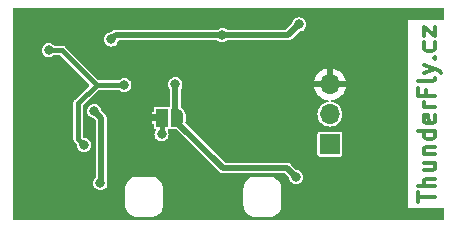
<source format=gbr>
%TF.GenerationSoftware,KiCad,Pcbnew,6.0.11+dfsg-1~bpo11+1*%
%TF.CreationDate,2023-05-27T14:26:30+00:00*%
%TF.ProjectId,TFRPM01,54465250-4d30-4312-9e6b-696361645f70,rev?*%
%TF.SameCoordinates,PX7e721e0PY7e33658*%
%TF.FileFunction,Copper,L1,Top*%
%TF.FilePolarity,Positive*%
%FSLAX46Y46*%
G04 Gerber Fmt 4.6, Leading zero omitted, Abs format (unit mm)*
G04 Created by KiCad (PCBNEW 6.0.11+dfsg-1~bpo11+1) date 2023-05-27 14:26:30*
%MOMM*%
%LPD*%
G01*
G04 APERTURE LIST*
G04 Aperture macros list*
%AMFreePoly0*
4,1,22,0.550000,-0.750000,0.000000,-0.750000,0.000000,-0.745033,-0.079941,-0.743568,-0.215256,-0.701293,-0.333266,-0.622738,-0.424486,-0.514219,-0.481581,-0.384460,-0.499164,-0.250000,-0.500000,-0.250000,-0.500000,0.250000,-0.499164,0.250000,-0.499963,0.256109,-0.478152,0.396186,-0.417904,0.524511,-0.324060,0.630769,-0.204165,0.706417,-0.067858,0.745374,0.000000,0.744959,0.000000,0.750000,
0.550000,0.750000,0.550000,-0.750000,0.550000,-0.750000,$1*%
%AMFreePoly1*
4,1,20,0.000000,0.744959,0.073905,0.744508,0.209726,0.703889,0.328688,0.626782,0.421226,0.519385,0.479903,0.390333,0.500000,0.250000,0.500000,-0.250000,0.499851,-0.262216,0.476331,-0.402017,0.414519,-0.529596,0.319384,-0.634700,0.198574,-0.708877,0.061801,-0.746166,0.000000,-0.745033,0.000000,-0.750000,-0.550000,-0.750000,-0.550000,0.750000,0.000000,0.750000,0.000000,0.744959,
0.000000,0.744959,$1*%
G04 Aperture macros list end*
%ADD10C,0.300000*%
%TA.AperFunction,NonConductor*%
%ADD11C,0.300000*%
%TD*%
%TA.AperFunction,SMDPad,CuDef*%
%ADD12FreePoly0,0.000000*%
%TD*%
%TA.AperFunction,SMDPad,CuDef*%
%ADD13R,1.000000X1.500000*%
%TD*%
%TA.AperFunction,SMDPad,CuDef*%
%ADD14FreePoly1,0.000000*%
%TD*%
%TA.AperFunction,ComponentPad*%
%ADD15C,6.000000*%
%TD*%
%TA.AperFunction,ComponentPad*%
%ADD16R,1.700000X1.700000*%
%TD*%
%TA.AperFunction,ComponentPad*%
%ADD17O,1.700000X1.700000*%
%TD*%
%TA.AperFunction,ViaPad*%
%ADD18C,0.800000*%
%TD*%
%TA.AperFunction,Conductor*%
%ADD19C,0.500000*%
%TD*%
%TA.AperFunction,Conductor*%
%ADD20C,0.400000*%
%TD*%
G04 APERTURE END LIST*
D10*
D11*
X13148571Y-7467189D02*
X13148571Y-6610046D01*
X14648571Y-7038618D02*
X13148571Y-7038618D01*
X14648571Y-6110046D02*
X13148571Y-6110046D01*
X14648571Y-5467189D02*
X13862857Y-5467189D01*
X13720000Y-5538618D01*
X13648571Y-5681475D01*
X13648571Y-5895761D01*
X13720000Y-6038618D01*
X13791428Y-6110046D01*
X13648571Y-4110046D02*
X14648571Y-4110046D01*
X13648571Y-4752904D02*
X14434285Y-4752904D01*
X14577142Y-4681475D01*
X14648571Y-4538618D01*
X14648571Y-4324332D01*
X14577142Y-4181475D01*
X14505714Y-4110046D01*
X13648571Y-3395761D02*
X14648571Y-3395761D01*
X13791428Y-3395761D02*
X13720000Y-3324332D01*
X13648571Y-3181475D01*
X13648571Y-2967189D01*
X13720000Y-2824332D01*
X13862857Y-2752904D01*
X14648571Y-2752904D01*
X14648571Y-1395761D02*
X13148571Y-1395761D01*
X14577142Y-1395761D02*
X14648571Y-1538618D01*
X14648571Y-1824332D01*
X14577142Y-1967189D01*
X14505714Y-2038618D01*
X14362857Y-2110046D01*
X13934285Y-2110046D01*
X13791428Y-2038618D01*
X13720000Y-1967189D01*
X13648571Y-1824332D01*
X13648571Y-1538618D01*
X13720000Y-1395761D01*
X14577142Y-110046D02*
X14648571Y-252904D01*
X14648571Y-538618D01*
X14577142Y-681475D01*
X14434285Y-752904D01*
X13862857Y-752904D01*
X13720000Y-681475D01*
X13648571Y-538618D01*
X13648571Y-252904D01*
X13720000Y-110046D01*
X13862857Y-38618D01*
X14005714Y-38618D01*
X14148571Y-752904D01*
X14648571Y604239D02*
X13648571Y604239D01*
X13934285Y604239D02*
X13791428Y675668D01*
X13720000Y747096D01*
X13648571Y889954D01*
X13648571Y1032811D01*
X13862857Y2032811D02*
X13862857Y1532811D01*
X14648571Y1532811D02*
X13148571Y1532811D01*
X13148571Y2247096D01*
X14648571Y3032811D02*
X14577142Y2889954D01*
X14434285Y2818525D01*
X13148571Y2818525D01*
X13648571Y3461382D02*
X14648571Y3818525D01*
X13648571Y4175668D02*
X14648571Y3818525D01*
X15005714Y3675668D01*
X15077142Y3604239D01*
X15148571Y3461382D01*
X14505714Y4747096D02*
X14577142Y4818525D01*
X14648571Y4747096D01*
X14577142Y4675668D01*
X14505714Y4747096D01*
X14648571Y4747096D01*
X14577142Y6104239D02*
X14648571Y5961382D01*
X14648571Y5675668D01*
X14577142Y5532811D01*
X14505714Y5461382D01*
X14362857Y5389954D01*
X13934285Y5389954D01*
X13791428Y5461382D01*
X13720000Y5532811D01*
X13648571Y5675668D01*
X13648571Y5961382D01*
X13720000Y6104239D01*
X13648571Y6604239D02*
X13648571Y7389954D01*
X14648571Y6604239D01*
X14648571Y7389954D01*
%TO.C,JP1*%
G36*
X-8909000Y-607704D02*
G01*
X-9409000Y-607704D01*
X-9409000Y-7704D01*
X-8909000Y-7704D01*
X-8909000Y-607704D01*
G37*
%TD*%
D12*
%TO.P,JP1,1,A*%
%TO.N,GND*%
X-9809000Y-307704D03*
D13*
%TO.P,JP1,2,C*%
%TO.N,Net-(JP1-Pad2)*%
X-8509000Y-307704D03*
D14*
%TO.P,JP1,3,B*%
%TO.N,+3V3*%
X-7209000Y-307704D03*
%TD*%
D15*
%TO.P,M2,1*%
%TO.N,GND*%
X0Y0D03*
%TD*%
D16*
%TO.P,J1,1*%
%TO.N,/COUNT*%
X5715000Y-2540000D03*
D17*
%TO.P,J1,2*%
%TO.N,Net-(C2-Pad1)*%
X5715000Y0D03*
%TO.P,J1,3*%
%TO.N,GND*%
X5715000Y2540000D03*
%TD*%
D18*
%TO.N,GND*%
X-1270000Y8382000D03*
X11412000Y-1171304D03*
X-12192000Y3807096D03*
X-17272000Y-8382000D03*
X-12192000Y-8384904D03*
X-20320000Y3302000D03*
X-20320000Y-6350000D03*
X-20320000Y-3302000D03*
X-20320000Y-5334000D03*
X-20320000Y6350000D03*
X-20320000Y-4318000D03*
X-20320000Y5334000D03*
X-20320000Y4318000D03*
X-16256000Y8506096D03*
X6096000Y-4572000D03*
X11412000Y-5056904D03*
X11412000Y-6160904D03*
X11412000Y-3952904D03*
X11412000Y8268096D03*
X-2286000Y3807096D03*
X11412000Y-8368904D03*
X11412000Y-7264904D03*
X3812000Y3131096D03*
X3812000Y1431096D03*
X11412000Y7125096D03*
X-2540000Y-8384904D03*
X-17018000Y0D03*
X-400000Y3700000D03*
X2286000Y-8382000D03*
X-11176000Y1270000D03*
X-12700000Y-510904D03*
X-1923406Y-5419175D03*
X10312000Y-5068904D03*
X-7900000Y-5600000D03*
X-5867400Y-4041504D03*
X-4188000Y-1368904D03*
X-12700000Y1267096D03*
X-4188000Y331096D03*
X3008000Y-2374904D03*
X-8636000Y2794000D03*
X11412000Y5096000D03*
X11412000Y6112000D03*
X5842000Y4318000D03*
X-7620000Y-8384904D03*
X-17018000Y-1270000D03*
X-12522200Y8506096D03*
X3810000Y-3302000D03*
X-18642000Y6975096D03*
X-17018000Y1270000D03*
X-17526000Y8506096D03*
X-3540964Y-3032964D03*
X-5080000Y-7100000D03*
%TO.N,+3V3*%
X-7366000Y2540000D03*
X2870200Y-5336904D03*
%TO.N,+5V*%
X-14224000Y254000D03*
X-12792000Y6325096D03*
X-13716000Y-5842000D03*
X3100000Y7600000D03*
X-3403600Y6705600D03*
%TO.N,/SDA*%
X-15100000Y-2600000D03*
X-18084800Y5407296D03*
X-11688000Y2481096D03*
%TO.N,Net-(JP1-Pad2)*%
X-8534400Y-1704704D03*
%TD*%
D19*
%TO.N,+3V3*%
X-7366000Y-536304D02*
X-3334872Y-4567432D01*
X-3334872Y-4567432D02*
X2100728Y-4567432D01*
X-7366000Y2540000D02*
X-7366000Y-536304D01*
X2100728Y-4567432D02*
X2870200Y-5336904D01*
%TO.N,+5V*%
X-12417096Y6700000D02*
X-3409200Y6700000D01*
X-13628489Y-341511D02*
X-14224000Y254000D01*
X-3409200Y6700000D02*
X-3403600Y6705600D01*
X-13716000Y-5842000D02*
X-13628489Y-5754489D01*
X752504Y6705600D02*
X2205600Y6705600D01*
X752504Y6705600D02*
X-3403600Y6705600D01*
X2205600Y6705600D02*
X3100000Y7600000D01*
X-12792000Y6325096D02*
X-12417096Y6700000D01*
X-13628489Y-5754489D02*
X-13628489Y-341511D01*
D20*
%TO.N,/SDA*%
X-15595600Y926496D02*
X-14041000Y2481096D01*
X-15100000Y-2600000D02*
X-15595600Y-2104400D01*
X-16967200Y5407296D02*
X-18084800Y5407296D01*
X-15595600Y-2104400D02*
X-15595600Y926496D01*
X-14041000Y2481096D02*
X-11688000Y2481096D01*
X-14041000Y2481096D02*
X-16967200Y5407296D01*
%TO.N,Net-(JP1-Pad2)*%
X-8509000Y-307704D02*
X-8509000Y-1679304D01*
X-8509000Y-1679304D02*
X-8534400Y-1704704D01*
%TD*%
%TA.AperFunction,Conductor*%
%TO.N,GND*%
G36*
X15383066Y9007187D02*
G01*
X15408376Y8963350D01*
X15409500Y8950500D01*
X15409500Y8028739D01*
X15392187Y7981173D01*
X15348350Y7955863D01*
X15335500Y7954739D01*
X12337000Y7954739D01*
X12337000Y-7960547D01*
X15335500Y-7960547D01*
X15383066Y-7977860D01*
X15408376Y-8021697D01*
X15409500Y-8034547D01*
X15409500Y-8900500D01*
X15392187Y-8948066D01*
X15348350Y-8973376D01*
X15335500Y-8974500D01*
X-21015500Y-8974500D01*
X-21063066Y-8957187D01*
X-21088376Y-8913350D01*
X-21089500Y-8900500D01*
X-21089500Y-7699996D01*
X-11605647Y-7699996D01*
X-11605241Y-7702828D01*
X-11605241Y-7702834D01*
X-11602518Y-7721848D01*
X-11602053Y-7725881D01*
X-11589061Y-7874395D01*
X-11543752Y-8043495D01*
X-11469768Y-8202158D01*
X-11369355Y-8345564D01*
X-11245566Y-8469354D01*
X-11102161Y-8569768D01*
X-11099239Y-8571131D01*
X-11099233Y-8571134D01*
X-10967953Y-8632351D01*
X-10943499Y-8643754D01*
X-10774399Y-8689064D01*
X-10771178Y-8689346D01*
X-10771177Y-8689346D01*
X-10643206Y-8700542D01*
X-10637379Y-8701286D01*
X-10615178Y-8705021D01*
X-10615176Y-8705021D01*
X-10612354Y-8705496D01*
X-10609492Y-8705531D01*
X-10607001Y-8705561D01*
X-10600000Y-8705647D01*
X-10569276Y-8701247D01*
X-10558785Y-8700500D01*
X-9448228Y-8700500D01*
X-9435950Y-8701526D01*
X-9412354Y-8705496D01*
X-9409491Y-8705531D01*
X-9407817Y-8705551D01*
X-9400000Y-8705647D01*
X-9397174Y-8705242D01*
X-9397169Y-8705242D01*
X-9378294Y-8702539D01*
X-9374255Y-8702074D01*
X-9304377Y-8695960D01*
X-9225600Y-8689068D01*
X-9056500Y-8643757D01*
X-9011221Y-8622643D01*
X-8900765Y-8571137D01*
X-8900759Y-8571134D01*
X-8897837Y-8569771D01*
X-8754432Y-8469357D01*
X-8630642Y-8345566D01*
X-8530229Y-8202160D01*
X-8456244Y-8043496D01*
X-8410935Y-7874396D01*
X-8399458Y-7743210D01*
X-8398715Y-7737383D01*
X-8394979Y-7715171D01*
X-8394504Y-7712350D01*
X-8394353Y-7699996D01*
X-1605647Y-7699996D01*
X-1605241Y-7702828D01*
X-1605241Y-7702834D01*
X-1602518Y-7721848D01*
X-1602053Y-7725881D01*
X-1589061Y-7874395D01*
X-1543752Y-8043495D01*
X-1469768Y-8202158D01*
X-1369355Y-8345564D01*
X-1245566Y-8469354D01*
X-1102161Y-8569768D01*
X-1099239Y-8571131D01*
X-1099233Y-8571134D01*
X-967953Y-8632351D01*
X-943499Y-8643754D01*
X-774399Y-8689064D01*
X-771178Y-8689346D01*
X-771177Y-8689346D01*
X-643206Y-8700542D01*
X-637379Y-8701286D01*
X-615178Y-8705021D01*
X-615176Y-8705021D01*
X-612354Y-8705496D01*
X-609492Y-8705531D01*
X-607001Y-8705561D01*
X-600000Y-8705647D01*
X-569276Y-8701247D01*
X-558785Y-8700500D01*
X551772Y-8700500D01*
X564050Y-8701526D01*
X587646Y-8705496D01*
X590509Y-8705531D01*
X592183Y-8705551D01*
X600000Y-8705647D01*
X602826Y-8705242D01*
X602831Y-8705242D01*
X621706Y-8702539D01*
X625745Y-8702074D01*
X695623Y-8695960D01*
X774400Y-8689068D01*
X943500Y-8643757D01*
X988779Y-8622643D01*
X1099235Y-8571137D01*
X1099241Y-8571134D01*
X1102163Y-8569771D01*
X1245568Y-8469357D01*
X1369358Y-8345566D01*
X1469771Y-8202160D01*
X1543756Y-8043496D01*
X1589065Y-7874396D01*
X1600542Y-7743210D01*
X1601285Y-7737383D01*
X1605021Y-7715171D01*
X1605496Y-7712350D01*
X1605647Y-7699996D01*
X1601247Y-7669273D01*
X1600500Y-7658782D01*
X1600500Y-6348225D01*
X1601524Y-6335959D01*
X1605496Y-6312350D01*
X1605647Y-6299996D01*
X1605242Y-6297165D01*
X1602539Y-6278290D01*
X1602074Y-6274251D01*
X1591087Y-6148689D01*
X1589067Y-6125598D01*
X1543756Y-5956498D01*
X1492606Y-5846808D01*
X1471135Y-5800765D01*
X1471134Y-5800764D01*
X1469769Y-5797836D01*
X1369355Y-5654432D01*
X1245566Y-5530643D01*
X1102161Y-5430231D01*
X943498Y-5356246D01*
X940069Y-5355327D01*
X777519Y-5311772D01*
X774399Y-5310936D01*
X771178Y-5310654D01*
X771177Y-5310654D01*
X643206Y-5299458D01*
X637379Y-5298714D01*
X615178Y-5294979D01*
X615176Y-5294979D01*
X612354Y-5294504D01*
X609492Y-5294469D01*
X607001Y-5294439D01*
X600000Y-5294353D01*
X578151Y-5297482D01*
X569276Y-5298753D01*
X558785Y-5299500D01*
X-551772Y-5299500D01*
X-564049Y-5298474D01*
X-584823Y-5294979D01*
X-584822Y-5294979D01*
X-587646Y-5294504D01*
X-590509Y-5294469D01*
X-591629Y-5294455D01*
X-600000Y-5294353D01*
X-602832Y-5294759D01*
X-602838Y-5294759D01*
X-621852Y-5297482D01*
X-625889Y-5297947D01*
X-774398Y-5310940D01*
X-943497Y-5356249D01*
X-946417Y-5357611D01*
X-946418Y-5357611D01*
X-1099237Y-5428871D01*
X-1099241Y-5428873D01*
X-1102159Y-5430234D01*
X-1104804Y-5432086D01*
X-1242913Y-5528790D01*
X-1242916Y-5528793D01*
X-1245563Y-5530646D01*
X-1369352Y-5654435D01*
X-1444206Y-5761335D01*
X-1467910Y-5795188D01*
X-1469766Y-5797838D01*
X-1471129Y-5800760D01*
X-1471132Y-5800766D01*
X-1522950Y-5911890D01*
X-1543752Y-5956500D01*
X-1589063Y-6125598D01*
X-1591083Y-6148689D01*
X-1600542Y-6256790D01*
X-1601286Y-6262617D01*
X-1603243Y-6274251D01*
X-1605496Y-6287642D01*
X-1605647Y-6299996D01*
X-1605242Y-6302824D01*
X-1601247Y-6330722D01*
X-1600500Y-6341212D01*
X-1600500Y-7651768D01*
X-1601526Y-7664046D01*
X-1605496Y-7687642D01*
X-1605647Y-7699996D01*
X-8394353Y-7699996D01*
X-8398753Y-7669273D01*
X-8399500Y-7658782D01*
X-8399500Y-6348225D01*
X-8398476Y-6335959D01*
X-8394504Y-6312350D01*
X-8394353Y-6299996D01*
X-8394758Y-6297165D01*
X-8397461Y-6278290D01*
X-8397926Y-6274251D01*
X-8408913Y-6148689D01*
X-8410933Y-6125598D01*
X-8456244Y-5956498D01*
X-8507394Y-5846808D01*
X-8528865Y-5800765D01*
X-8528866Y-5800764D01*
X-8530231Y-5797836D01*
X-8630645Y-5654432D01*
X-8754434Y-5530643D01*
X-8897839Y-5430231D01*
X-9056502Y-5356246D01*
X-9059931Y-5355327D01*
X-9222481Y-5311772D01*
X-9225601Y-5310936D01*
X-9228822Y-5310654D01*
X-9228823Y-5310654D01*
X-9356794Y-5299458D01*
X-9362621Y-5298714D01*
X-9384822Y-5294979D01*
X-9384824Y-5294979D01*
X-9387646Y-5294504D01*
X-9390508Y-5294469D01*
X-9392999Y-5294439D01*
X-9400000Y-5294353D01*
X-9421849Y-5297482D01*
X-9430724Y-5298753D01*
X-9441215Y-5299500D01*
X-10551772Y-5299500D01*
X-10564049Y-5298474D01*
X-10584823Y-5294979D01*
X-10584822Y-5294979D01*
X-10587646Y-5294504D01*
X-10590509Y-5294469D01*
X-10591629Y-5294455D01*
X-10600000Y-5294353D01*
X-10602832Y-5294759D01*
X-10602838Y-5294759D01*
X-10621852Y-5297482D01*
X-10625889Y-5297947D01*
X-10774398Y-5310940D01*
X-10943497Y-5356249D01*
X-10946417Y-5357611D01*
X-10946418Y-5357611D01*
X-11099237Y-5428871D01*
X-11099241Y-5428873D01*
X-11102159Y-5430234D01*
X-11104804Y-5432086D01*
X-11242913Y-5528790D01*
X-11242916Y-5528793D01*
X-11245563Y-5530646D01*
X-11369352Y-5654435D01*
X-11444206Y-5761335D01*
X-11467910Y-5795188D01*
X-11469766Y-5797838D01*
X-11471129Y-5800760D01*
X-11471132Y-5800766D01*
X-11522950Y-5911890D01*
X-11543752Y-5956500D01*
X-11589063Y-6125598D01*
X-11591083Y-6148689D01*
X-11600542Y-6256790D01*
X-11601286Y-6262617D01*
X-11603243Y-6274251D01*
X-11605496Y-6287642D01*
X-11605647Y-6299996D01*
X-11605242Y-6302824D01*
X-11601247Y-6330722D01*
X-11600500Y-6341212D01*
X-11600500Y-7651768D01*
X-11601526Y-7664046D01*
X-11605496Y-7687642D01*
X-11605647Y-7699996D01*
X-21089500Y-7699996D01*
X-21089500Y5407296D01*
X-18690482Y5407296D01*
X-18669844Y5250534D01*
X-18609336Y5104455D01*
X-18606386Y5100611D01*
X-18606384Y5100607D01*
X-18534400Y5006796D01*
X-18513082Y4979014D01*
X-18509232Y4976060D01*
X-18509231Y4976059D01*
X-18391489Y4885712D01*
X-18391485Y4885710D01*
X-18387641Y4882760D01*
X-18241562Y4822252D01*
X-18236760Y4821620D01*
X-18236757Y4821619D01*
X-18089608Y4802247D01*
X-18084800Y4801614D01*
X-18079992Y4802247D01*
X-17932843Y4821619D01*
X-17932840Y4821620D01*
X-17928038Y4822252D01*
X-17781959Y4882760D01*
X-17778115Y4885710D01*
X-17778111Y4885712D01*
X-17660368Y4976060D01*
X-17656518Y4979014D01*
X-17653566Y4982862D01*
X-17651303Y4985124D01*
X-17605426Y5006515D01*
X-17598979Y5006796D01*
X-17163745Y5006796D01*
X-17116179Y4989483D01*
X-17111419Y4985122D01*
X-14659719Y2533422D01*
X-14638327Y2487546D01*
X-14651428Y2438651D01*
X-14659719Y2428770D01*
X-15901084Y1187405D01*
X-15901087Y1187401D01*
X-15923650Y1164838D01*
X-15926294Y1159650D01*
X-15926294Y1159649D01*
X-15935494Y1141594D01*
X-15941561Y1131694D01*
X-15953472Y1115300D01*
X-15953474Y1115295D01*
X-15956896Y1110586D01*
X-15958695Y1105048D01*
X-15958696Y1105047D01*
X-15964958Y1085774D01*
X-15969402Y1075046D01*
X-15978496Y1057197D01*
X-15981246Y1051800D01*
X-15982157Y1046047D01*
X-15985327Y1026033D01*
X-15988038Y1014742D01*
X-15994300Y995470D01*
X-15996100Y989929D01*
X-15996100Y-2167833D01*
X-15994300Y-2173371D01*
X-15994300Y-2173374D01*
X-15988038Y-2192646D01*
X-15985327Y-2203937D01*
X-15981246Y-2229704D01*
X-15978600Y-2234897D01*
X-15969402Y-2252950D01*
X-15964958Y-2263678D01*
X-15956896Y-2288490D01*
X-15953474Y-2293199D01*
X-15953472Y-2293204D01*
X-15941561Y-2309598D01*
X-15935494Y-2319498D01*
X-15926294Y-2337553D01*
X-15923650Y-2342742D01*
X-15901087Y-2365305D01*
X-15901084Y-2365309D01*
X-15726723Y-2539669D01*
X-15705331Y-2585545D01*
X-15705049Y-2591995D01*
X-15705049Y-2595192D01*
X-15705682Y-2600000D01*
X-15685044Y-2756762D01*
X-15624536Y-2902841D01*
X-15621586Y-2906685D01*
X-15621584Y-2906689D01*
X-15531237Y-3024431D01*
X-15528282Y-3028282D01*
X-15524431Y-3031237D01*
X-15406689Y-3121584D01*
X-15406685Y-3121586D01*
X-15402841Y-3124536D01*
X-15256762Y-3185044D01*
X-15251960Y-3185676D01*
X-15251957Y-3185677D01*
X-15104808Y-3205049D01*
X-15100000Y-3205682D01*
X-15095192Y-3205049D01*
X-14948043Y-3185677D01*
X-14948040Y-3185676D01*
X-14943238Y-3185044D01*
X-14797159Y-3124536D01*
X-14793315Y-3121586D01*
X-14793311Y-3121584D01*
X-14675569Y-3031237D01*
X-14671718Y-3028282D01*
X-14668763Y-3024431D01*
X-14578416Y-2906689D01*
X-14578414Y-2906685D01*
X-14575464Y-2902841D01*
X-14514956Y-2756762D01*
X-14494318Y-2600000D01*
X-14514956Y-2443238D01*
X-14575464Y-2297159D01*
X-14578414Y-2293315D01*
X-14578416Y-2293311D01*
X-14668763Y-2175569D01*
X-14671718Y-2171718D01*
X-14684371Y-2162009D01*
X-14793311Y-2078416D01*
X-14793315Y-2078414D01*
X-14797159Y-2075464D01*
X-14943238Y-2014956D01*
X-14948040Y-2014324D01*
X-14948043Y-2014323D01*
X-15095192Y-1994951D01*
X-15100000Y-1994318D01*
X-15104808Y-1994951D01*
X-15108006Y-1994951D01*
X-15155572Y-1977638D01*
X-15160317Y-1973291D01*
X-15173429Y-1960179D01*
X-15194819Y-1914303D01*
X-15195100Y-1907856D01*
X-15195100Y254000D01*
X-14829682Y254000D01*
X-14829049Y249192D01*
X-14811126Y113054D01*
X-14809044Y97238D01*
X-14748536Y-48841D01*
X-14745586Y-52685D01*
X-14745584Y-52689D01*
X-14655237Y-170431D01*
X-14652282Y-174282D01*
X-14648431Y-177237D01*
X-14530689Y-267584D01*
X-14530685Y-267586D01*
X-14526841Y-270536D01*
X-14380762Y-331044D01*
X-14375960Y-331676D01*
X-14375957Y-331677D01*
X-14318891Y-339189D01*
X-14285089Y-343639D01*
X-14242423Y-364680D01*
X-14100663Y-506440D01*
X-14079271Y-552316D01*
X-14078989Y-558766D01*
X-14078989Y-5327125D01*
X-14096302Y-5374691D01*
X-14107939Y-5385831D01*
X-14144282Y-5413718D01*
X-14147237Y-5417569D01*
X-14237584Y-5535311D01*
X-14237586Y-5535315D01*
X-14240536Y-5539159D01*
X-14301044Y-5685238D01*
X-14301676Y-5690040D01*
X-14301677Y-5690043D01*
X-14320235Y-5831005D01*
X-14321682Y-5842000D01*
X-14321049Y-5846808D01*
X-14306196Y-5959626D01*
X-14301044Y-5998762D01*
X-14240536Y-6144841D01*
X-14237586Y-6148685D01*
X-14237584Y-6148689D01*
X-14154635Y-6256790D01*
X-14144282Y-6270282D01*
X-14140431Y-6273237D01*
X-14022689Y-6363584D01*
X-14022685Y-6363586D01*
X-14018841Y-6366536D01*
X-13872762Y-6427044D01*
X-13867960Y-6427676D01*
X-13867957Y-6427677D01*
X-13720808Y-6447049D01*
X-13716000Y-6447682D01*
X-13711192Y-6447049D01*
X-13564043Y-6427677D01*
X-13564040Y-6427676D01*
X-13559238Y-6427044D01*
X-13413159Y-6366536D01*
X-13409315Y-6363586D01*
X-13409311Y-6363584D01*
X-13291569Y-6273237D01*
X-13287718Y-6270282D01*
X-13277365Y-6256790D01*
X-13194416Y-6148689D01*
X-13194414Y-6148685D01*
X-13191464Y-6144841D01*
X-13130956Y-5998762D01*
X-13125803Y-5959626D01*
X-13110951Y-5846808D01*
X-13110318Y-5842000D01*
X-13111765Y-5831005D01*
X-13130323Y-5690043D01*
X-13130324Y-5690040D01*
X-13130956Y-5685238D01*
X-13142617Y-5657085D01*
X-13172356Y-5585288D01*
X-13177989Y-5556970D01*
X-13177989Y-653267D01*
X-9609545Y-653267D01*
X-9603073Y-666745D01*
X-9597639Y-682306D01*
X-9594312Y-696889D01*
X-9589118Y-703407D01*
X-9585148Y-708389D01*
X-9576315Y-722469D01*
X-9569948Y-735728D01*
X-9563445Y-740929D01*
X-9563443Y-740931D01*
X-9558273Y-745065D01*
X-9546619Y-756740D01*
X-9537305Y-768428D01*
X-9524062Y-774815D01*
X-9509994Y-783674D01*
X-9498508Y-792860D01*
X-9483931Y-796212D01*
X-9468373Y-801677D01*
X-9454913Y-808169D01*
X-9431959Y-808189D01*
X-9431844Y-808189D01*
X-9431781Y-808204D01*
X-9414892Y-808204D01*
X-9363704Y-808249D01*
X-9363437Y-808249D01*
X-9363355Y-808210D01*
X-9363303Y-808204D01*
X-9283500Y-808204D01*
X-9235934Y-825517D01*
X-9210624Y-869354D01*
X-9209500Y-882204D01*
X-9209500Y-1077452D01*
X-9197867Y-1135935D01*
X-9153552Y-1202256D01*
X-9147491Y-1206306D01*
X-9095682Y-1240924D01*
X-9087231Y-1246571D01*
X-9076015Y-1248802D01*
X-9032741Y-1275064D01*
X-9016472Y-1322997D01*
X-9031746Y-1366428D01*
X-9055984Y-1398015D01*
X-9055986Y-1398019D01*
X-9058936Y-1401863D01*
X-9119444Y-1547942D01*
X-9120076Y-1552744D01*
X-9120077Y-1552747D01*
X-9135076Y-1666682D01*
X-9140082Y-1704704D01*
X-9119444Y-1861466D01*
X-9058936Y-2007545D01*
X-9055986Y-2011389D01*
X-9055984Y-2011393D01*
X-9006820Y-2075464D01*
X-8962682Y-2132986D01*
X-8958831Y-2135941D01*
X-8841089Y-2226288D01*
X-8841085Y-2226290D01*
X-8837241Y-2229240D01*
X-8691162Y-2289748D01*
X-8686360Y-2290380D01*
X-8686357Y-2290381D01*
X-8539208Y-2309753D01*
X-8534400Y-2310386D01*
X-8529592Y-2309753D01*
X-8382443Y-2290381D01*
X-8382440Y-2290380D01*
X-8377638Y-2289748D01*
X-8231559Y-2229240D01*
X-8227715Y-2226290D01*
X-8227711Y-2226288D01*
X-8109969Y-2135941D01*
X-8106118Y-2132986D01*
X-8061980Y-2075464D01*
X-8012816Y-2011393D01*
X-8012814Y-2011389D01*
X-8009864Y-2007545D01*
X-7949356Y-1861466D01*
X-7928718Y-1704704D01*
X-7933724Y-1666682D01*
X-7948723Y-1552747D01*
X-7948724Y-1552744D01*
X-7949356Y-1547942D01*
X-8009864Y-1401863D01*
X-8015519Y-1394494D01*
X-8030328Y-1375193D01*
X-8045549Y-1326917D01*
X-8026177Y-1280151D01*
X-7986055Y-1257568D01*
X-7937921Y-1247994D01*
X-7937919Y-1247993D01*
X-7930769Y-1246571D01*
X-7924706Y-1242520D01*
X-7917976Y-1239732D01*
X-7917482Y-1240924D01*
X-7875942Y-1230760D01*
X-7850190Y-1240133D01*
X-7850024Y-1239732D01*
X-7843294Y-1242520D01*
X-7837231Y-1246571D01*
X-7776998Y-1258552D01*
X-7762570Y-1261422D01*
X-7762569Y-1261422D01*
X-7759000Y-1262132D01*
X-7307927Y-1262132D01*
X-7260361Y-1279445D01*
X-7255601Y-1283806D01*
X-3675449Y-4863958D01*
X-3669662Y-4870471D01*
X-3646744Y-4899542D01*
X-3597778Y-4933385D01*
X-3595959Y-4934685D01*
X-3548055Y-4970066D01*
X-3542991Y-4971844D01*
X-3542681Y-4972033D01*
X-3542413Y-4972164D01*
X-3540368Y-4973207D01*
X-3540075Y-4973362D01*
X-3539718Y-4973511D01*
X-3535303Y-4976563D01*
X-3530030Y-4978231D01*
X-3530023Y-4978234D01*
X-3478572Y-4994506D01*
X-3476367Y-4995241D01*
X-3425461Y-5013118D01*
X-3420241Y-5014951D01*
X-3414878Y-5015161D01*
X-3413859Y-5015419D01*
X-3410169Y-5016138D01*
X-3406142Y-5017412D01*
X-3399535Y-5017932D01*
X-3345833Y-5017932D01*
X-3342927Y-5017989D01*
X-3290402Y-5020053D01*
X-3284878Y-5020270D01*
X-3279536Y-5018854D01*
X-3275236Y-5018379D01*
X-3267118Y-5017932D01*
X1883473Y-5017932D01*
X1931039Y-5035245D01*
X1935799Y-5039606D01*
X2251520Y-5355327D01*
X2272561Y-5397993D01*
X2285156Y-5493666D01*
X2345664Y-5639745D01*
X2348614Y-5643589D01*
X2348616Y-5643593D01*
X2438963Y-5761335D01*
X2441918Y-5765186D01*
X2445769Y-5768141D01*
X2563511Y-5858488D01*
X2563515Y-5858490D01*
X2567359Y-5861440D01*
X2713438Y-5921948D01*
X2718240Y-5922580D01*
X2718243Y-5922581D01*
X2865392Y-5941953D01*
X2870200Y-5942586D01*
X2875008Y-5941953D01*
X3022157Y-5922581D01*
X3022160Y-5922580D01*
X3026962Y-5921948D01*
X3173041Y-5861440D01*
X3176885Y-5858490D01*
X3176889Y-5858488D01*
X3294631Y-5768141D01*
X3298482Y-5765186D01*
X3301437Y-5761335D01*
X3391784Y-5643593D01*
X3391786Y-5643589D01*
X3394736Y-5639745D01*
X3455244Y-5493666D01*
X3463596Y-5430231D01*
X3475249Y-5341712D01*
X3475882Y-5336904D01*
X3470952Y-5299458D01*
X3455877Y-5184947D01*
X3455876Y-5184944D01*
X3455244Y-5180142D01*
X3394736Y-5034063D01*
X3391786Y-5030219D01*
X3391784Y-5030215D01*
X3301437Y-4912473D01*
X3298482Y-4908622D01*
X3248763Y-4870471D01*
X3176889Y-4815320D01*
X3176885Y-4815318D01*
X3173041Y-4812368D01*
X3026962Y-4751860D01*
X3022160Y-4751228D01*
X3022157Y-4751227D01*
X2965091Y-4743715D01*
X2931289Y-4739265D01*
X2888623Y-4718224D01*
X2441305Y-4270906D01*
X2435518Y-4264393D01*
X2416025Y-4239666D01*
X2416023Y-4239664D01*
X2412600Y-4235322D01*
X2363672Y-4201506D01*
X2361780Y-4200154D01*
X2318362Y-4168084D01*
X2318358Y-4168082D01*
X2313912Y-4164798D01*
X2308846Y-4163020D01*
X2308543Y-4162835D01*
X2308283Y-4162708D01*
X2306222Y-4161658D01*
X2305917Y-4161496D01*
X2305573Y-4161352D01*
X2301159Y-4158301D01*
X2244460Y-4140369D01*
X2242257Y-4139634D01*
X2191320Y-4121747D01*
X2191319Y-4121747D01*
X2186097Y-4119913D01*
X2180734Y-4119703D01*
X2179715Y-4119445D01*
X2176025Y-4118726D01*
X2171998Y-4117452D01*
X2165391Y-4116932D01*
X2111689Y-4116932D01*
X2108783Y-4116875D01*
X2056258Y-4114811D01*
X2050734Y-4114594D01*
X2045392Y-4116010D01*
X2041092Y-4116485D01*
X2032974Y-4116932D01*
X-3117617Y-4116932D01*
X-3165183Y-4099619D01*
X-3169943Y-4095258D01*
X-3855453Y-3409748D01*
X4664500Y-3409748D01*
X4676133Y-3468231D01*
X4720448Y-3534552D01*
X4786769Y-3578867D01*
X4831295Y-3587724D01*
X4841682Y-3589790D01*
X4841683Y-3589790D01*
X4845252Y-3590500D01*
X6584748Y-3590500D01*
X6588317Y-3589790D01*
X6588318Y-3589790D01*
X6598705Y-3587724D01*
X6643231Y-3578867D01*
X6709552Y-3534552D01*
X6753867Y-3468231D01*
X6765500Y-3409748D01*
X6765500Y-1670252D01*
X6753867Y-1611769D01*
X6709552Y-1545448D01*
X6643231Y-1501133D01*
X6598705Y-1492276D01*
X6588318Y-1490210D01*
X6588317Y-1490210D01*
X6584748Y-1489500D01*
X4845252Y-1489500D01*
X4841683Y-1490210D01*
X4841682Y-1490210D01*
X4831295Y-1492276D01*
X4786769Y-1501133D01*
X4720448Y-1545448D01*
X4676133Y-1611769D01*
X4664500Y-1670252D01*
X4664500Y-3409748D01*
X-3855453Y-3409748D01*
X-6498309Y-766892D01*
X-6519701Y-721016D01*
X-6518957Y-702288D01*
X-6502414Y-603962D01*
X-6499596Y-572547D01*
X-6499445Y-560205D01*
X-6501495Y-528723D01*
X-6503825Y-512453D01*
X-6504572Y-501963D01*
X-6504572Y-122968D01*
X-6503548Y-110701D01*
X-6502414Y-103962D01*
X-6499596Y-72547D01*
X-6499445Y-60205D01*
X-6499890Y-53361D01*
X-6501403Y-30137D01*
X-6501495Y-28723D01*
X-6516161Y73686D01*
X-6521426Y110452D01*
X-6521427Y110457D01*
X-6521799Y113054D01*
X-6538067Y168686D01*
X-6597347Y299065D01*
X-6628574Y347894D01*
X-6687118Y415838D01*
X-6720348Y454404D01*
X-6720351Y454407D01*
X-6722064Y456395D01*
X-6765742Y494498D01*
X-6881749Y569690D01*
X-6912248Y610090D01*
X-6915500Y631787D01*
X-6915500Y2115554D01*
X-6900208Y2160602D01*
X-6844416Y2233311D01*
X-6844414Y2233314D01*
X-6841464Y2237159D01*
X-6823787Y2279834D01*
X4381703Y2279834D01*
X4381727Y2278827D01*
X4414033Y2135477D01*
X4415845Y2129695D01*
X4497569Y1928429D01*
X4500304Y1923016D01*
X4613802Y1737803D01*
X4617383Y1732910D01*
X4759614Y1568715D01*
X4763934Y1564484D01*
X4931079Y1425718D01*
X4936038Y1422245D01*
X5123591Y1312648D01*
X5129056Y1310030D01*
X5331987Y1232538D01*
X5337819Y1230844D01*
X5550680Y1187537D01*
X5553619Y1187187D01*
X5598801Y1164364D01*
X5618742Y1117838D01*
X5604111Y1069380D01*
X5561755Y1041663D01*
X5551564Y1040013D01*
X5517203Y1036886D01*
X5480328Y1026033D01*
X5323043Y979742D01*
X5323039Y979740D01*
X5319572Y978720D01*
X5223633Y928564D01*
X5140209Y884951D01*
X5140206Y884949D01*
X5137002Y883274D01*
X5134184Y881008D01*
X5134182Y881007D01*
X4979266Y756452D01*
X4979263Y756449D01*
X4976447Y754185D01*
X4974121Y751413D01*
X4974119Y751411D01*
X4846351Y599144D01*
X4846348Y599140D01*
X4844024Y596370D01*
X4744776Y415838D01*
X4743682Y412389D01*
X4704917Y290185D01*
X4682484Y219468D01*
X4682081Y215877D01*
X4682081Y215876D01*
X4680461Y201430D01*
X4659520Y14738D01*
X4659823Y11129D01*
X4659823Y11127D01*
X4675069Y-170431D01*
X4676759Y-190553D01*
X4733544Y-388586D01*
X4735196Y-391800D01*
X4735197Y-391803D01*
X4804840Y-527314D01*
X4827712Y-571818D01*
X4955677Y-733270D01*
X4958430Y-735613D01*
X4958433Y-735616D01*
X5001242Y-772049D01*
X5112564Y-866791D01*
X5159266Y-892892D01*
X5289239Y-965532D01*
X5289243Y-965534D01*
X5292398Y-967297D01*
X5295834Y-968414D01*
X5295840Y-968416D01*
X5420256Y-1008841D01*
X5488329Y-1030959D01*
X5552176Y-1038572D01*
X5689294Y-1054922D01*
X5689297Y-1054922D01*
X5692894Y-1055351D01*
X5761714Y-1050056D01*
X5894689Y-1039824D01*
X5894691Y-1039824D01*
X5898300Y-1039546D01*
X6096725Y-984145D01*
X6127863Y-968416D01*
X6277376Y-892892D01*
X6277379Y-892890D01*
X6280610Y-891258D01*
X6442951Y-764424D01*
X6459661Y-745065D01*
X6575201Y-611210D01*
X6575203Y-611208D01*
X6577564Y-608472D01*
X6579347Y-605333D01*
X6579350Y-605329D01*
X6632110Y-512453D01*
X6679323Y-429344D01*
X6691812Y-391803D01*
X6743208Y-237299D01*
X6744351Y-233863D01*
X6747676Y-207549D01*
X6769913Y-31519D01*
X6769913Y-31513D01*
X6770171Y-29474D01*
X6770583Y0D01*
X6769099Y15141D01*
X6750833Y201430D01*
X6750480Y205030D01*
X6690935Y402251D01*
X6594218Y584151D01*
X6464011Y743800D01*
X6305275Y875118D01*
X6294384Y881007D01*
X6127238Y971382D01*
X6124055Y973103D01*
X6120605Y974171D01*
X6120600Y974173D01*
X5989541Y1014742D01*
X5927254Y1034023D01*
X5887929Y1038156D01*
X5855262Y1041590D01*
X5809766Y1063781D01*
X5789177Y1110023D01*
X5803130Y1158681D01*
X5845095Y1186987D01*
X5853595Y1188585D01*
X5995303Y1206737D01*
X6001214Y1207994D01*
X6209296Y1270421D01*
X6214925Y1272628D01*
X6410010Y1368199D01*
X6415208Y1371298D01*
X6592073Y1497453D01*
X6596680Y1501346D01*
X6750560Y1654691D01*
X6754489Y1659308D01*
X6881250Y1835715D01*
X6884367Y1840903D01*
X6980616Y2035646D01*
X6982849Y2041286D01*
X7045996Y2249127D01*
X7047277Y2255052D01*
X7049648Y2273063D01*
X7047346Y2283449D01*
X7044021Y2286000D01*
X4393158Y2286000D01*
X4383162Y2282362D01*
X4381703Y2279834D01*
X-6823787Y2279834D01*
X-6780956Y2383238D01*
X-6774961Y2428770D01*
X-6760951Y2535192D01*
X-6760318Y2540000D01*
X-6761765Y2550995D01*
X-6780323Y2691957D01*
X-6780324Y2691960D01*
X-6780956Y2696762D01*
X-6825042Y2803196D01*
X4378662Y2803196D01*
X4380281Y2796648D01*
X4383911Y2794000D01*
X5447952Y2794000D01*
X5457948Y2797638D01*
X5461000Y2802925D01*
X5461000Y2807048D01*
X5969000Y2807048D01*
X5972638Y2797052D01*
X5977925Y2794000D01*
X7038411Y2794000D01*
X7048407Y2797638D01*
X7049621Y2799742D01*
X7049555Y2801578D01*
X7005694Y2976197D01*
X7003748Y2981913D01*
X6917120Y3181144D01*
X6914266Y3186468D01*
X6796265Y3368869D01*
X6792575Y3373661D01*
X6646370Y3534337D01*
X6641945Y3538464D01*
X6471460Y3673104D01*
X6466425Y3676449D01*
X6276245Y3781435D01*
X6270717Y3783919D01*
X6065954Y3856430D01*
X6060087Y3857980D01*
X5981847Y3871917D01*
X5971368Y3870088D01*
X5969000Y3867276D01*
X5969000Y2807048D01*
X5461000Y2807048D01*
X5461000Y3861965D01*
X5457362Y3871961D01*
X5453945Y3873933D01*
X5402217Y3866017D01*
X5396316Y3864612D01*
X5189834Y3797124D01*
X5184260Y3794780D01*
X4991563Y3694469D01*
X4986451Y3691250D01*
X4812728Y3560814D01*
X4808199Y3556793D01*
X4658115Y3399740D01*
X4654308Y3395038D01*
X4531895Y3215587D01*
X4528896Y3210309D01*
X4437440Y3013283D01*
X4435347Y3007594D01*
X4378662Y2803196D01*
X-6825042Y2803196D01*
X-6841464Y2842841D01*
X-6844414Y2846685D01*
X-6844416Y2846689D01*
X-6934763Y2964431D01*
X-6937718Y2968282D01*
X-6982546Y3002680D01*
X-7059311Y3061584D01*
X-7059315Y3061586D01*
X-7063159Y3064536D01*
X-7209238Y3125044D01*
X-7214040Y3125676D01*
X-7214043Y3125677D01*
X-7361192Y3145049D01*
X-7366000Y3145682D01*
X-7370808Y3145049D01*
X-7517957Y3125677D01*
X-7517960Y3125676D01*
X-7522762Y3125044D01*
X-7668841Y3064536D01*
X-7672685Y3061586D01*
X-7672689Y3061584D01*
X-7749454Y3002680D01*
X-7794282Y2968282D01*
X-7797237Y2964431D01*
X-7887584Y2846689D01*
X-7887586Y2846685D01*
X-7890536Y2842841D01*
X-7951044Y2696762D01*
X-7951676Y2691960D01*
X-7951677Y2691957D01*
X-7970235Y2550995D01*
X-7971682Y2540000D01*
X-7971049Y2535192D01*
X-7957038Y2428770D01*
X-7951044Y2383238D01*
X-7890536Y2237159D01*
X-7887586Y2233314D01*
X-7887584Y2233311D01*
X-7831792Y2160602D01*
X-7816500Y2115554D01*
X-7816500Y693041D01*
X-7833813Y645475D01*
X-7877650Y620165D01*
X-7918819Y624674D01*
X-7924709Y627114D01*
X-7930769Y631163D01*
X-7951502Y635287D01*
X-7985682Y642086D01*
X-7985683Y642086D01*
X-7989252Y642796D01*
X-9028748Y642796D01*
X-9032317Y642086D01*
X-9032318Y642086D01*
X-9042705Y640020D01*
X-9087231Y631163D01*
X-9093293Y627112D01*
X-9093294Y627112D01*
X-9134001Y599912D01*
X-9153552Y586848D01*
X-9157602Y580787D01*
X-9173602Y556841D01*
X-9197867Y520527D01*
X-9209500Y462044D01*
X-9209500Y266796D01*
X-9226813Y219230D01*
X-9270650Y193920D01*
X-9283500Y192796D01*
X-9403108Y192796D01*
X-9446230Y192834D01*
X-9446231Y192834D01*
X-9454563Y192841D01*
X-9468041Y186369D01*
X-9483602Y180935D01*
X-9498185Y177608D01*
X-9504703Y172414D01*
X-9509685Y168444D01*
X-9523765Y159611D01*
X-9537024Y153244D01*
X-9542225Y146741D01*
X-9542227Y146739D01*
X-9546361Y141569D01*
X-9558036Y129915D01*
X-9569724Y120601D01*
X-9576110Y107360D01*
X-9584970Y93290D01*
X-9594156Y81804D01*
X-9597508Y67227D01*
X-9602973Y51669D01*
X-9609465Y38209D01*
X-9609485Y15141D01*
X-9609500Y15077D01*
X-9609500Y-1812D01*
X-9609544Y-52689D01*
X-9609545Y-53267D01*
X-9609506Y-53349D01*
X-9609500Y-53399D01*
X-9609500Y-601812D01*
X-9609545Y-653267D01*
X-13177989Y-653267D01*
X-13177989Y-372662D01*
X-13177476Y-363965D01*
X-13173775Y-332692D01*
X-13173125Y-327201D01*
X-13174118Y-321762D01*
X-13183808Y-268702D01*
X-13184189Y-266411D01*
X-13192217Y-213020D01*
X-13192218Y-213017D01*
X-13193040Y-207549D01*
X-13195363Y-202710D01*
X-13195451Y-202353D01*
X-13195547Y-202071D01*
X-13196265Y-199861D01*
X-13196355Y-199568D01*
X-13196499Y-199217D01*
X-13197463Y-193938D01*
X-13224913Y-141093D01*
X-13225894Y-139131D01*
X-13251680Y-85432D01*
X-13255324Y-81491D01*
X-13255863Y-80588D01*
X-13257961Y-77474D01*
X-13259909Y-73723D01*
X-13262648Y-70516D01*
X-13262651Y-70512D01*
X-13263279Y-69778D01*
X-13264214Y-68683D01*
X-13302184Y-30713D01*
X-13304198Y-28618D01*
X-13339882Y9985D01*
X-13343635Y14045D01*
X-13348417Y16823D01*
X-13351784Y19520D01*
X-13357843Y24946D01*
X-13605320Y272423D01*
X-13626361Y315090D01*
X-13638323Y405957D01*
X-13638324Y405960D01*
X-13638956Y410762D01*
X-13699464Y556841D01*
X-13702414Y560685D01*
X-13702416Y560689D01*
X-13792763Y678431D01*
X-13795718Y682282D01*
X-13809739Y693041D01*
X-13917311Y775584D01*
X-13917315Y775586D01*
X-13921159Y778536D01*
X-14067238Y839044D01*
X-14072040Y839676D01*
X-14072043Y839677D01*
X-14219192Y859049D01*
X-14224000Y859682D01*
X-14228808Y859049D01*
X-14375957Y839677D01*
X-14375960Y839676D01*
X-14380762Y839044D01*
X-14526841Y778536D01*
X-14530685Y775586D01*
X-14530689Y775584D01*
X-14638261Y693041D01*
X-14652282Y682282D01*
X-14655237Y678431D01*
X-14745584Y560689D01*
X-14745586Y560685D01*
X-14748536Y556841D01*
X-14809044Y410762D01*
X-14809676Y405960D01*
X-14809677Y405957D01*
X-14823459Y301271D01*
X-14829682Y254000D01*
X-15195100Y254000D01*
X-15195100Y729951D01*
X-15177787Y777517D01*
X-15173426Y782277D01*
X-13896782Y2058922D01*
X-13850906Y2080314D01*
X-13844456Y2080596D01*
X-12173821Y2080596D01*
X-12126255Y2063283D01*
X-12121497Y2058924D01*
X-12119234Y2056662D01*
X-12116282Y2052814D01*
X-12112432Y2049860D01*
X-11994689Y1959512D01*
X-11994685Y1959510D01*
X-11990841Y1956560D01*
X-11844762Y1896052D01*
X-11839960Y1895420D01*
X-11839957Y1895419D01*
X-11692808Y1876047D01*
X-11688000Y1875414D01*
X-11683192Y1876047D01*
X-11536043Y1895419D01*
X-11536040Y1895420D01*
X-11531238Y1896052D01*
X-11385159Y1956560D01*
X-11381315Y1959510D01*
X-11381311Y1959512D01*
X-11263569Y2049859D01*
X-11263568Y2049860D01*
X-11259718Y2052814D01*
X-11251685Y2063283D01*
X-11166416Y2174407D01*
X-11166414Y2174411D01*
X-11163464Y2178255D01*
X-11102956Y2324334D01*
X-11095790Y2378760D01*
X-11082951Y2476288D01*
X-11082318Y2481096D01*
X-11102956Y2637858D01*
X-11163464Y2783937D01*
X-11166414Y2787781D01*
X-11166416Y2787785D01*
X-11256763Y2905527D01*
X-11259718Y2909378D01*
X-11263569Y2912333D01*
X-11381311Y3002680D01*
X-11381315Y3002682D01*
X-11385159Y3005632D01*
X-11531238Y3066140D01*
X-11536040Y3066772D01*
X-11536043Y3066773D01*
X-11683192Y3086145D01*
X-11688000Y3086778D01*
X-11692808Y3086145D01*
X-11839957Y3066773D01*
X-11839960Y3066772D01*
X-11844762Y3066140D01*
X-11990841Y3005632D01*
X-11994685Y3002682D01*
X-11994689Y3002680D01*
X-12085162Y2933257D01*
X-12116282Y2909378D01*
X-12119234Y2905530D01*
X-12121497Y2903268D01*
X-12167374Y2881877D01*
X-12173821Y2881596D01*
X-13844455Y2881596D01*
X-13892021Y2898909D01*
X-13896781Y2903270D01*
X-16706291Y5712780D01*
X-16706295Y5712783D01*
X-16728858Y5735346D01*
X-16734047Y5737990D01*
X-16752102Y5747190D01*
X-16762002Y5753257D01*
X-16778396Y5765168D01*
X-16778401Y5765170D01*
X-16783110Y5768592D01*
X-16788648Y5770391D01*
X-16788649Y5770392D01*
X-16807922Y5776654D01*
X-16818650Y5781098D01*
X-16836703Y5790296D01*
X-16841896Y5792942D01*
X-16857656Y5795438D01*
X-16867663Y5797023D01*
X-16878954Y5799734D01*
X-16898226Y5805996D01*
X-16898229Y5805996D01*
X-16903767Y5807796D01*
X-17598979Y5807796D01*
X-17646545Y5825109D01*
X-17651303Y5829468D01*
X-17653566Y5831730D01*
X-17656518Y5835578D01*
X-17732471Y5893859D01*
X-17778111Y5928880D01*
X-17778115Y5928882D01*
X-17781959Y5931832D01*
X-17928038Y5992340D01*
X-17932840Y5992972D01*
X-17932843Y5992973D01*
X-18079992Y6012345D01*
X-18084800Y6012978D01*
X-18089608Y6012345D01*
X-18236757Y5992973D01*
X-18236760Y5992972D01*
X-18241562Y5992340D01*
X-18387641Y5931832D01*
X-18391485Y5928882D01*
X-18391489Y5928880D01*
X-18437129Y5893859D01*
X-18513082Y5835578D01*
X-18516037Y5831727D01*
X-18606384Y5713985D01*
X-18606386Y5713981D01*
X-18609336Y5710137D01*
X-18669844Y5564058D01*
X-18690482Y5407296D01*
X-21089500Y5407296D01*
X-21089500Y6325096D01*
X-13397682Y6325096D01*
X-13397049Y6320288D01*
X-13385716Y6234208D01*
X-13377044Y6168334D01*
X-13316536Y6022255D01*
X-13313586Y6018411D01*
X-13313584Y6018407D01*
X-13248576Y5933687D01*
X-13220282Y5896814D01*
X-13216431Y5893859D01*
X-13098689Y5803512D01*
X-13098685Y5803510D01*
X-13094841Y5800560D01*
X-12948762Y5740052D01*
X-12943960Y5739420D01*
X-12943957Y5739419D01*
X-12796808Y5720047D01*
X-12792000Y5719414D01*
X-12787192Y5720047D01*
X-12640043Y5739419D01*
X-12640040Y5739420D01*
X-12635238Y5740052D01*
X-12489159Y5800560D01*
X-12485315Y5803510D01*
X-12485311Y5803512D01*
X-12367569Y5893859D01*
X-12363718Y5896814D01*
X-12335424Y5933687D01*
X-12270416Y6018407D01*
X-12270414Y6018411D01*
X-12267464Y6022255D01*
X-12206956Y6168334D01*
X-12204741Y6185159D01*
X-12181368Y6230058D01*
X-12131374Y6249500D01*
X-3820748Y6249500D01*
X-3775700Y6234208D01*
X-3710289Y6184016D01*
X-3710286Y6184014D01*
X-3706441Y6181064D01*
X-3560362Y6120556D01*
X-3555560Y6119924D01*
X-3555557Y6119923D01*
X-3408408Y6100551D01*
X-3403600Y6099918D01*
X-3398792Y6100551D01*
X-3251643Y6119923D01*
X-3251640Y6119924D01*
X-3246838Y6120556D01*
X-3100759Y6181064D01*
X-3096914Y6184014D01*
X-3096911Y6184016D01*
X-3024202Y6239808D01*
X-2979154Y6255100D01*
X2174449Y6255100D01*
X2183146Y6254587D01*
X2194792Y6253209D01*
X2219910Y6250236D01*
X2225352Y6251230D01*
X2225355Y6251230D01*
X2278400Y6260918D01*
X2280693Y6261300D01*
X2334096Y6269329D01*
X2334097Y6269329D01*
X2339562Y6270151D01*
X2344398Y6272474D01*
X2344736Y6272556D01*
X2345000Y6272647D01*
X2347237Y6273373D01*
X2347546Y6273468D01*
X2347896Y6273612D01*
X2353173Y6274575D01*
X2405942Y6301986D01*
X2408013Y6303021D01*
X2456692Y6326396D01*
X2456693Y6326397D01*
X2461679Y6328791D01*
X2465623Y6332437D01*
X2466531Y6332979D01*
X2469642Y6335075D01*
X2473388Y6337021D01*
X2478428Y6341325D01*
X2516398Y6379295D01*
X2518493Y6381309D01*
X2557096Y6416993D01*
X2561156Y6420746D01*
X2563934Y6425528D01*
X2566631Y6428895D01*
X2572057Y6434954D01*
X3118423Y6981320D01*
X3161089Y7002361D01*
X3194891Y7006811D01*
X3251957Y7014323D01*
X3251960Y7014324D01*
X3256762Y7014956D01*
X3402841Y7075464D01*
X3406685Y7078414D01*
X3406689Y7078416D01*
X3524431Y7168763D01*
X3528282Y7171718D01*
X3532929Y7177774D01*
X3621584Y7293311D01*
X3621586Y7293315D01*
X3624536Y7297159D01*
X3685044Y7443238D01*
X3705682Y7600000D01*
X3685044Y7756762D01*
X3624536Y7902841D01*
X3621586Y7906685D01*
X3621584Y7906689D01*
X3531237Y8024431D01*
X3528282Y8028282D01*
X3524431Y8031237D01*
X3406689Y8121584D01*
X3406685Y8121586D01*
X3402841Y8124536D01*
X3256762Y8185044D01*
X3251960Y8185676D01*
X3251957Y8185677D01*
X3104808Y8205049D01*
X3100000Y8205682D01*
X3095192Y8205049D01*
X2948043Y8185677D01*
X2948040Y8185676D01*
X2943238Y8185044D01*
X2797159Y8124536D01*
X2793315Y8121586D01*
X2793311Y8121584D01*
X2675569Y8031237D01*
X2671718Y8028282D01*
X2668763Y8024431D01*
X2578416Y7906689D01*
X2578414Y7906685D01*
X2575464Y7902841D01*
X2514956Y7756762D01*
X2514324Y7751960D01*
X2514323Y7751957D01*
X2502361Y7661091D01*
X2481320Y7618424D01*
X2040671Y7177774D01*
X1994795Y7156382D01*
X1988345Y7156100D01*
X-2979154Y7156100D01*
X-3024202Y7171392D01*
X-3096911Y7227184D01*
X-3096914Y7227186D01*
X-3100759Y7230136D01*
X-3246838Y7290644D01*
X-3251640Y7291276D01*
X-3251643Y7291277D01*
X-3398792Y7310649D01*
X-3403600Y7311282D01*
X-3408408Y7310649D01*
X-3555557Y7291277D01*
X-3555560Y7291276D01*
X-3560362Y7290644D01*
X-3706441Y7230136D01*
X-3710286Y7227186D01*
X-3710289Y7227184D01*
X-3790296Y7165792D01*
X-3835344Y7150500D01*
X-12385946Y7150500D01*
X-12394643Y7151013D01*
X-12406289Y7152391D01*
X-12431407Y7155364D01*
X-12436849Y7154370D01*
X-12436851Y7154370D01*
X-12474618Y7147472D01*
X-12489916Y7144678D01*
X-12492196Y7144298D01*
X-12551058Y7135449D01*
X-12555898Y7133124D01*
X-12556243Y7133040D01*
X-12556506Y7132950D01*
X-12558726Y7132229D01*
X-12559044Y7132131D01*
X-12559392Y7131989D01*
X-12564669Y7131025D01*
X-12569578Y7128475D01*
X-12617436Y7103615D01*
X-12619516Y7102576D01*
X-12668191Y7079203D01*
X-12668195Y7079201D01*
X-12673175Y7076809D01*
X-12677116Y7073166D01*
X-12678023Y7072625D01*
X-12681140Y7070525D01*
X-12684885Y7068579D01*
X-12689924Y7064275D01*
X-12727894Y7026305D01*
X-12729989Y7024291D01*
X-12772652Y6984854D01*
X-12775430Y6980072D01*
X-12778127Y6976705D01*
X-12783553Y6970646D01*
X-12810423Y6943776D01*
X-12853089Y6922735D01*
X-12886891Y6918285D01*
X-12943957Y6910773D01*
X-12943960Y6910772D01*
X-12948762Y6910140D01*
X-13094841Y6849632D01*
X-13098685Y6846682D01*
X-13098689Y6846680D01*
X-13216431Y6756333D01*
X-13220282Y6753378D01*
X-13223237Y6749527D01*
X-13313584Y6631785D01*
X-13313586Y6631781D01*
X-13316536Y6627937D01*
X-13377044Y6481858D01*
X-13377676Y6477056D01*
X-13377677Y6477053D01*
X-13390412Y6380319D01*
X-13397682Y6325096D01*
X-21089500Y6325096D01*
X-21089500Y8950500D01*
X-21072187Y8998066D01*
X-21028350Y9023376D01*
X-21015500Y9024500D01*
X15335500Y9024500D01*
X15383066Y9007187D01*
G37*
%TD.AperFunction*%
%TD*%
M02*

</source>
